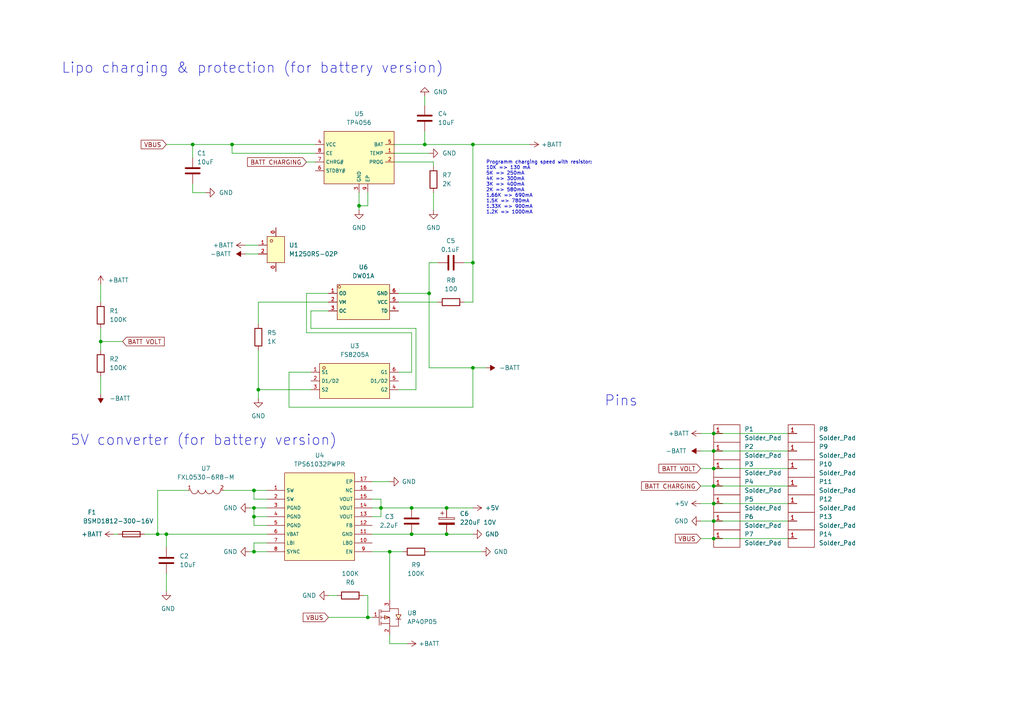
<source format=kicad_sch>
(kicad_sch (version 20211123) (generator eeschema)
  (paper "A4")
  (lib_symbols
    (symbol "Device:0.1uF_0603" (pin_numbers hide) (pin_names (offset 0.254))
      (property "Reference" "C" (at 0.635 2.54 0))
      (property "Value" "0.1uF_0603" (at 0.635 -2.54 0))
      (symbol "0.1uF_0603_0_1"
        (polyline (pts (xy -2.032 -0.762) (xy 2.032 -0.762)) (stroke (width 0.508)))
        (polyline (pts (xy -2.032 0.762) (xy 2.032 0.762)) (stroke (width 0.508)))
      )
      (symbol "0.1uF_0603_1_1"
        (pin passive line (at 0 3.81 270) (length 2.794) (name "~") (number "1"))
        (pin passive line (at 0 -3.81 90) (length 2.794) (name "~") (number "2"))
      )
    )
    (symbol "Device:10uF 0603" (pin_numbers hide) (pin_names (offset 0.254))
      (property "Reference" "C" (at 0.635 2.54 0))
      (property "Value" "10uF 0603" (at 0.635 -2.54 0))
      (symbol "10uF 0603_0_1"
        (polyline (pts (xy -2.032 -0.762) (xy 2.032 -0.762)) (stroke (width 0.508)))
        (polyline (pts (xy -2.032 0.762) (xy 2.032 0.762)) (stroke (width 0.508)))
      )
      (symbol "10uF 0603_1_1"
        (pin passive line (at 0 3.81 270) (length 2.794) (name "~") (number "1"))
        (pin passive line (at 0 -3.81 90) (length 2.794) (name "~") (number "2"))
      )
    )
    (symbol "Device:1K_0603" (pin_numbers hide) (pin_names (offset 0))
      (property "Reference" "R" (at 2.032 0 90))
      (property "Value" "1K_0603" (at 0 0 90))
      (symbol "1K_0603_0_1"
        (rectangle (start -1.016 -2.54) (end 1.016 2.54) (stroke (width 0.254)))
      )
      (symbol "1K_0603_1_1"
        (pin passive line (at 0 3.81 270) (length 1.27) (name "~") (number "1"))
        (pin passive line (at 0 -3.81 90) (length 1.27) (name "~") (number "2"))
      )
    )
    (symbol "Device:220uF 10V 6.3x5.4mm" (pin_numbers hide) (pin_names (offset 0.254))
      (property "Reference" "C" (at 0.635 2.54 0))
      (property "Value" "220uF 10V 6.3x5.4mm" (at 0.635 -2.54 0))
      (symbol "220uF 10V 6.3x5.4mm_0_1"
        (rectangle (start -2.286 0.508) (end 2.286 1.016))
        (polyline (pts (xy -1.778 2.286) (xy -0.762 2.286)))
        (polyline (pts (xy -1.27 2.794) (xy -1.27 1.778)))
        (rectangle (start 2.286 -0.508) (end -2.286 -1.016) (fill (type outline)))
      )
      (symbol "220uF 10V 6.3x5.4mm_1_1"
        (pin passive line (at 0 3.81 270) (length 2.794) (name "~") (number "1"))
        (pin passive line (at 0 -3.81 90) (length 2.794) (name "~") (number "2"))
      )
    )
    (symbol "Device:C" (pin_numbers hide) (pin_names (offset 0.254))
      (property "Reference" "C" (at 0.635 2.54 0))
      (property "Value" "C" (at 0.635 -2.54 0))
      (symbol "C_0_1"
        (polyline (pts (xy -2.032 -0.762) (xy 2.032 -0.762)) (stroke (width 0.508)))
        (polyline (pts (xy -2.032 0.762) (xy 2.032 0.762)) (stroke (width 0.508)))
      )
      (symbol "C_1_1"
        (pin passive line (at 0 3.81 270) (length 2.794) (name "~") (number "1"))
        (pin passive line (at 0 -3.81 90) (length 2.794) (name "~") (number "2"))
      )
    )
    (symbol "Device:Fuse" (pin_numbers hide) (pin_names (offset 0))
      (property "Reference" "F" (at 2.032 0 90))
      (property "Value" "Fuse" (at -1.905 0 90))
      (symbol "Fuse_0_1"
        (rectangle (start -0.762 -2.54) (end 0.762 2.54) (stroke (width 0.254)))
        (polyline (pts (xy 0 2.54) (xy 0 -2.54)))
      )
      (symbol "Fuse_1_1"
        (pin passive line (at 0 3.81 270) (length 1.27) (name "~") (number "1"))
        (pin passive line (at 0 -3.81 90) (length 1.27) (name "~") (number "2"))
      )
    )
    (symbol "Device:R" (pin_numbers hide) (pin_names (offset 0))
      (property "Reference" "R" (at 2.032 0 90))
      (property "Value" "R" (at 0 0 90))
      (symbol "R_0_1"
        (rectangle (start -1.016 -2.54) (end 1.016 2.54) (stroke (width 0.254)))
      )
      (symbol "R_1_1"
        (pin passive line (at 0 3.81 270) (length 1.27) (name "~") (number "1"))
        (pin passive line (at 0 -3.81 90) (length 1.27) (name "~") (number "2"))
      )
    )
    (symbol "MyParts:AP40P05" (pin_names hide)
      (property "Reference" "U" (at -6.35 6.35 0))
      (property "Value" "AP40P05" (at -6.35 2.54 0))
      (symbol "AP40P05_0_0"
        (polyline (pts (xy -3.048 1.016) (xy -3.048 -3.556)))
        (polyline (pts (xy -2.54 -3.556) (xy -2.54 -2.54)))
        (polyline (pts (xy -2.54 -1.778) (xy -2.54 -0.762)))
        (polyline (pts (xy -2.54 0) (xy -2.54 1.016)))
        (polyline (pts (xy 0 -3.048) (xy -2.54 -3.048)))
        (polyline (pts (xy 0 0.508) (xy -2.54 0.508)))
        (polyline (pts (xy -2.54 -1.27) (xy 0 -1.27) (xy 0 -3.81)))
        (polyline (pts (xy 0 -3.81) (xy 2.54 -3.81) (xy 2.54 -1.778)))
        (polyline (pts (xy 0 -1.27) (xy -1.524 -0.762) (xy -1.524 -1.778) (xy 0 -1.27)) (fill (type background)))
        (polyline (pts (xy 0 0.508) (xy 0 1.27) (xy 2.54 1.27) (xy 2.54 -0.508)))
        (polyline (pts (xy 2.54 -1.778) (xy 3.302 -0.508) (xy 1.778 -0.508) (xy 2.54 -1.778)) (fill (type background)))
        (polyline (pts (xy 3.302 -1.778) (xy 3.048 -1.778) (xy 2.032 -1.778) (xy 1.778 -1.778)))
        (pin unspecified line (at -5.08 -1.27 0) (length 2.032) (name "G") (number "1"))
        (pin unspecified line (at 0 -6.35 90) (length 2.54) (name "S") (number "2"))
        (pin unspecified line (at 0 3.81 270) (length 2.54) (name "D") (number "3"))
      )
    )
    (symbol "MyParts:DW01A"
      (property "Reference" "U" (at 0 8.89 0))
      (property "Value" "DW01A" (at 0 6.35 0))
      (symbol "DW01A_0_0"
        (rectangle (start -7.62 5.08) (end 7.62 -5.08) (fill (type background)))
        (circle (center -6.985 4.445) (radius 0.381) (fill (type background)))
        (pin unspecified line (at -10.16 2.54 0) (length 2.54) (name "OD") (number "1"))
        (pin unspecified line (at -10.16 0 0) (length 2.54) (name "VM") (number "2"))
        (pin unspecified line (at -10.16 -2.54 0) (length 2.54) (name "OC") (number "3"))
        (pin unspecified line (at 10.16 -2.54 180) (length 2.54) (name "TD") (number "4"))
        (pin unspecified line (at 10.16 0 180) (length 2.54) (name "VCC") (number "5"))
        (pin unspecified line (at 10.16 2.54 180) (length 2.54) (name "GND") (number "6"))
      )
    )
    (symbol "MyParts:FS8205A"
      (property "Reference" "U" (at 0 10.16 0))
      (property "Value" "FS8205A" (at 0 7.62 0))
      (symbol "FS8205A_0_0"
        (rectangle (start -10.16 5.08) (end 10.16 -5.08) (fill (type background)))
        (circle (center -8.89 3.81) (radius 0.381) (fill (type background)))
        (pin unspecified line (at -12.7 2.54 0) (length 2.54) (name "S1") (number "1"))
        (pin unspecified line (at -12.7 0 0) (length 2.54) (name "D1/D2") (number "2"))
        (pin unspecified line (at -12.7 -2.54 0) (length 2.54) (name "S2") (number "3"))
        (pin unspecified line (at 12.7 -2.54 180) (length 2.54) (name "G2") (number "4"))
        (pin unspecified line (at 12.7 0 180) (length 2.54) (name "D1/D2") (number "5"))
        (pin unspecified line (at 12.7 2.54 180) (length 2.54) (name "G1") (number "6"))
      )
    )
    (symbol "MyParts:FXL0530-6R8-M" (pin_names hide)
      (property "Reference" "U" (at 0 1.27 0))
      (property "Value" "FXL0530-6R8-M" (at 0 -2.54 0))
      (symbol "FXL0530-6R8-M_0_0"
        (arc (start -4.2859 -12.801) (mid -3.1591 -13.6924) (end -2.2676 -12.5655))
        (arc (start -2.1312 -12.8003) (mid -1.0043 -13.6919) (end -0.1129 -12.5649))
        (arc (start 0.0194 -12.8003) (mid 1.1463 -13.6919) (end 2.0377 -12.5649))
        (arc (start 2.2122 -12.8008) (mid 3.3391 -13.6924) (end 4.2305 -12.5654))
        (pin unspecified line (at -5.08 -12.7 0) (length 0.762) (name "1") (number "1"))
        (pin unspecified line (at 5.08 -12.7 180) (length 0.762) (name "2") (number "2"))
      )
    )
    (symbol "MyParts:M1250RS-02P" (pin_names hide)
      (property "Reference" "U" (at 0 1.27 0))
      (property "Value" "M1250RS-02P" (at 0 -2.54 0))
      (symbol "M1250RS-02P_0_0"
        (rectangle (start -5.08 -10.16) (end 0 -17.78) (fill (type background)))
        (circle (center -3.81 -11.43) (radius 0.381) (fill (type background)))
        (pin unspecified line (at -2.54 -20.32 90) (length 2.54) (name "0") (number "0"))
        (pin unspecified line (at -2.54 -7.62 270) (length 2.54) (name "0") (number "0"))
        (pin unspecified line (at -7.62 -12.7 0) (length 2.54) (name "1") (number "1"))
        (pin unspecified line (at -7.62 -15.24 0) (length 2.54) (name "2") (number "2"))
      )
    )
    (symbol "MyParts:Solder_Pad"
      (property "Reference" "P" (at 0 3.81 0))
      (property "Value" "Solder_Pad" (at 0 -2.54 0))
      (symbol "Solder_Pad_0_1"
        (rectangle (start 0 2.54) (end 7.62 -2.54) (stroke (width 0.1524)))
      )
      (symbol "Solder_Pad_1_1"
        (pin bidirectional line (at 0 0 0) (length 2.54) (name "") (number "1"))
      )
    )
    (symbol "MyParts:TP4056"
      (property "Reference" "U" (at 0 12.7 0))
      (property "Value" "TP4056" (at 0 10.16 0))
      (symbol "TP4056_0_0"
        (rectangle (start -10.16 7.62) (end 10.16 -7.62) (fill (type background)))
        (pin unspecified line (at 10.16 1.27 180) (length 2.54) (name "TEMP") (number "1"))
        (pin unspecified line (at 10.16 -1.27 180) (length 2.54) (name "PROG") (number "2"))
        (pin unspecified line (at 0 -10.16 90) (length 2.54) (name "GND") (number "3"))
        (pin unspecified line (at -12.7 3.81 0) (length 2.54) (name "VCC") (number "4"))
        (pin unspecified line (at 10.16 3.81 180) (length 2.54) (name "BAT") (number "5"))
        (pin unspecified line (at -12.7 -3.81 0) (length 2.54) (name "STDBY#") (number "6"))
        (pin unspecified line (at -12.7 -1.27 0) (length 2.54) (name "CHRG#") (number "7"))
        (pin unspecified line (at -12.7 1.27 0) (length 2.54) (name "CE") (number "8"))
        (pin unspecified line (at 2.54 -10.16 90) (length 2.54) (name "EP") (number "9"))
      )
    )
    (symbol "MyParts:TPS61032PWPR"
      (property "Reference" "U" (at 0 1.27 0))
      (property "Value" "TPS61032PWPR" (at 0 -2.54 0))
      (symbol "TPS61032PWPR_0_0"
        (rectangle (start -10.16 0) (end 10.16 -25.4) (fill (type background)))
        (pin unspecified line (at -15.24 -5.08 0) (length 5.08) (name "SW") (number "1"))
        (pin unspecified line (at 15.24 -20.32 180) (length 5.08) (name "LBO") (number "10"))
        (pin unspecified line (at 15.24 -17.78 180) (length 5.08) (name "GND") (number "11"))
        (pin unspecified line (at 15.24 -15.24 180) (length 5.08) (name "FB") (number "12"))
        (pin unspecified line (at 15.24 -12.7 180) (length 5.08) (name "VOUT") (number "13"))
        (pin unspecified line (at 15.24 -10.16 180) (length 5.08) (name "VOUT") (number "14"))
        (pin unspecified line (at 15.24 -7.62 180) (length 5.08) (name "VOUT") (number "15"))
        (pin unspecified line (at 15.24 -5.08 180) (length 5.08) (name "NC") (number "16"))
        (pin unspecified line (at 15.24 -2.54 180) (length 5.08) (name "EP") (number "17"))
        (pin unspecified line (at -15.24 -7.62 0) (length 5.08) (name "SW") (number "2"))
        (pin unspecified line (at -15.24 -10.16 0) (length 5.08) (name "PGND") (number "3"))
        (pin unspecified line (at -15.24 -12.7 0) (length 5.08) (name "PGND") (number "4"))
        (pin unspecified line (at -15.24 -15.24 0) (length 5.08) (name "PGND") (number "5"))
        (pin unspecified line (at -15.24 -17.78 0) (length 5.08) (name "VBAT") (number "6"))
        (pin unspecified line (at -15.24 -20.32 0) (length 5.08) (name "LBI") (number "7"))
        (pin unspecified line (at -15.24 -22.86 0) (length 5.08) (name "SYNC") (number "8"))
        (pin unspecified line (at 15.24 -22.86 180) (length 5.08) (name "EN") (number "9"))
      )
    )
    (symbol "power:+5V" (power) (pin_names (offset 0))
      (property "Value" "+5V" (at 0 3.556 0))
      (symbol "+5V_0_1"
        (polyline (pts (xy -0.762 1.27) (xy 0 2.54)))
        (polyline (pts (xy 0 0) (xy 0 2.54)))
        (polyline (pts (xy 0 2.54) (xy 0.762 1.27)))
      )
      (symbol "+5V_1_1"
        (pin power_in line (at 0 0 90) (length 0) hide (name "+5V") (number "1"))
      )
    )
    (symbol "power:+BATT" (power) (pin_names (offset 0))
      (property "Value" "+BATT" (at 0 3.556 0))
      (symbol "+BATT_0_1"
        (polyline (pts (xy -0.762 1.27) (xy 0 2.54)))
        (polyline (pts (xy 0 0) (xy 0 2.54)))
        (polyline (pts (xy 0 2.54) (xy 0.762 1.27)))
      )
      (symbol "+BATT_1_1"
        (pin power_in line (at 0 0 90) (length 0) hide (name "+BATT") (number "1"))
      )
    )
    (symbol "power:-BATT" (power) (pin_names (offset 0))
      (property "Value" "-BATT" (at 0 3.556 0))
      (symbol "-BATT_0_1"
        (polyline (pts (xy 0 0) (xy 0 2.54)))
        (polyline (pts (xy 0.762 1.27) (xy -0.762 1.27) (xy 0 2.54) (xy 0.762 1.27)) (fill (type outline)))
      )
      (symbol "-BATT_1_1"
        (pin power_in line (at 0 0 90) (length 0) hide (name "-BATT") (number "1"))
      )
    )
    (symbol "power:GND" (power) (pin_names (offset 0))
      (property "Value" "GND" (at 0 -3.81 0))
      (symbol "GND_0_1"
        (polyline (pts (xy 0 0) (xy 0 -1.27) (xy 1.27 -1.27) (xy 0 -2.54) (xy -1.27 -1.27) (xy 0 -1.27)))
      )
      (symbol "GND_1_1"
        (pin power_in line (at 0 0 270) (length 0) hide (name "GND") (number "1"))
      )
    )
  )
  (junction (at 207.01 130.81))
  (junction (at 207.01 125.73))
  (junction (at 74.93 113.03))
  (junction (at 110.49 147.32))
  (junction (at 104.14 59.69))
  (junction (at 119.38 147.32))
  (junction (at 73.66 147.32))
  (junction (at 207.01 135.89))
  (junction (at 129.54 154.94))
  (junction (at 29.21 99.06))
  (junction (at 106.68 179.07))
  (junction (at 119.38 154.94))
  (junction (at 113.03 160.02))
  (junction (at 73.66 160.02))
  (junction (at 55.88 41.91))
  (junction (at 123.19 41.91))
  (junction (at 207.01 151.13))
  (junction (at 207.01 146.05))
  (junction (at 207.01 140.97))
  (junction (at 137.16 76.2))
  (junction (at 137.16 41.91))
  (junction (at 124.46 85.09))
  (junction (at 73.66 142.24))
  (junction (at 48.26 154.94))
  (junction (at 207.01 156.21))
  (junction (at 73.66 149.86))
  (junction (at 129.54 147.32))
  (junction (at 137.16 106.68))
  (junction (at 67.31 41.91))
  (junction (at 45.72 154.94))
  (wire (pts (xy 95.25 172.72) (xy 97.79 172.72)))
  (wire (pts (xy 77.47 152.4) (xy 73.66 152.4)))
  (wire (pts (xy 74.93 113.03) (xy 74.93 115.57)))
  (wire (pts (xy 207.01 140.97) (xy 228.6 140.97)))
  (wire (pts (xy 54.61 142.24) (xy 45.72 142.24)))
  (wire (pts (xy 90.17 95.25) (xy 120.65 95.25)))
  (wire (pts (xy 203.2 125.73) (xy 207.01 125.73)))
  (wire (pts (xy 48.26 166.37) (xy 48.26 171.45)))
  (wire (pts (xy 67.31 44.45) (xy 67.31 41.91)))
  (wire (pts (xy 118.11 186.69) (xy 113.03 186.69)))
  (wire (pts (xy 124.46 76.2) (xy 124.46 85.09)))
  (wire (pts (xy 107.95 139.7) (xy 113.03 139.7)))
  (wire (pts (xy 74.93 113.03) (xy 90.17 113.03)))
  (wire (pts (xy 29.21 99.06) (xy 35.56 99.06)))
  (wire (pts (xy 95.25 90.17) (xy 90.17 90.17)))
  (wire (pts (xy 110.49 147.32) (xy 119.38 147.32)))
  (wire (pts (xy 137.16 41.91) (xy 153.67 41.91)))
  (wire (pts (xy 104.14 59.69) (xy 104.14 60.96)))
  (wire (pts (xy 106.68 59.69) (xy 104.14 59.69)))
  (wire (pts (xy 88.9 85.09) (xy 95.25 85.09)))
  (wire (pts (xy 77.47 144.78) (xy 73.66 144.78)))
  (wire (pts (xy 29.21 109.22) (xy 29.21 114.3)))
  (wire (pts (xy 106.68 172.72) (xy 106.68 179.07)))
  (wire (pts (xy 29.21 95.25) (xy 29.21 99.06)))
  (wire (pts (xy 77.47 149.86) (xy 73.66 149.86)))
  (wire (pts (xy 137.16 106.68) (xy 124.46 106.68)))
  (wire (pts (xy 73.66 147.32) (xy 77.47 147.32)))
  (wire (pts (xy 203.2 146.05) (xy 207.01 146.05)))
  (wire (pts (xy 124.46 160.02) (xy 139.7 160.02)))
  (wire (pts (xy 67.31 44.45) (xy 91.44 44.45)))
  (wire (pts (xy 110.49 149.86) (xy 110.49 147.32)))
  (wire (pts (xy 29.21 99.06) (xy 29.21 101.6)))
  (wire (pts (xy 74.93 101.6) (xy 74.93 113.03)))
  (wire (pts (xy 95.25 87.63) (xy 74.93 87.63)))
  (wire (pts (xy 29.21 82.55) (xy 29.21 87.63)))
  (wire (pts (xy 119.38 154.94) (xy 129.54 154.94)))
  (wire (pts (xy 207.01 125.73) (xy 228.6 125.73)))
  (wire (pts (xy 64.77 142.24) (xy 73.66 142.24)))
  (wire (pts (xy 140.97 106.68) (xy 137.16 106.68)))
  (wire (pts (xy 90.17 90.17) (xy 90.17 95.25)))
  (wire (pts (xy 73.66 160.02) (xy 77.47 160.02)))
  (wire (pts (xy 114.3 44.45) (xy 124.46 44.45)))
  (wire (pts (xy 41.91 154.94) (xy 45.72 154.94)))
  (wire (pts (xy 123.19 41.91) (xy 123.19 38.1)))
  (wire (pts (xy 77.47 157.48) (xy 73.66 157.48)))
  (wire (pts (xy 72.39 160.02) (xy 73.66 160.02)))
  (wire (pts (xy 115.57 85.09) (xy 124.46 85.09)))
  (wire (pts (xy 73.66 157.48) (xy 73.66 160.02)))
  (wire (pts (xy 88.9 96.52) (xy 88.9 85.09)))
  (wire (pts (xy 83.82 107.95) (xy 90.17 107.95)))
  (wire (pts (xy 115.57 113.03) (xy 120.65 113.03)))
  (wire (pts (xy 120.65 95.25) (xy 120.65 113.03)))
  (wire (pts (xy 134.62 87.63) (xy 137.16 87.63)))
  (wire (pts (xy 113.03 186.69) (xy 113.03 184.15)))
  (wire (pts (xy 106.68 179.07) (xy 107.95 179.07)))
  (wire (pts (xy 107.95 160.02) (xy 113.03 160.02)))
  (wire (pts (xy 207.01 130.81) (xy 228.6 130.81)))
  (wire (pts (xy 45.72 142.24) (xy 45.72 154.94)))
  (wire (pts (xy 106.68 55.88) (xy 106.68 59.69)))
  (wire (pts (xy 107.95 147.32) (xy 110.49 147.32)))
  (wire (pts (xy 55.88 41.91) (xy 67.31 41.91)))
  (wire (pts (xy 129.54 154.94) (xy 137.16 154.94)))
  (wire (pts (xy 114.3 46.99) (xy 125.73 46.99)))
  (wire (pts (xy 134.62 76.2) (xy 137.16 76.2)))
  (wire (pts (xy 73.66 144.78) (xy 73.66 142.24)))
  (wire (pts (xy 137.16 118.11) (xy 137.16 106.68)))
  (wire (pts (xy 115.57 107.95) (xy 119.38 107.95)))
  (wire (pts (xy 119.38 96.52) (xy 88.9 96.52)))
  (wire (pts (xy 207.01 156.21) (xy 228.6 156.21)))
  (wire (pts (xy 73.66 152.4) (xy 73.66 149.86)))
  (wire (pts (xy 203.2 151.13) (xy 207.01 151.13)))
  (wire (pts (xy 45.72 154.94) (xy 48.26 154.94)))
  (wire (pts (xy 107.95 144.78) (xy 110.49 144.78)))
  (wire (pts (xy 83.82 118.11) (xy 137.16 118.11)))
  (wire (pts (xy 95.25 179.07) (xy 106.68 179.07)))
  (wire (pts (xy 203.2 130.81) (xy 207.01 130.81)))
  (wire (pts (xy 123.19 27.94) (xy 123.19 30.48)))
  (wire (pts (xy 123.19 41.91) (xy 137.16 41.91)))
  (wire (pts (xy 203.2 140.97) (xy 207.01 140.97)))
  (wire (pts (xy 105.41 172.72) (xy 106.68 172.72)))
  (wire (pts (xy 73.66 142.24) (xy 77.47 142.24)))
  (wire (pts (xy 137.16 41.91) (xy 137.16 76.2)))
  (wire (pts (xy 207.01 146.05) (xy 228.6 146.05)))
  (wire (pts (xy 55.88 41.91) (xy 55.88 45.72)))
  (wire (pts (xy 48.26 41.91) (xy 55.88 41.91)))
  (wire (pts (xy 127 76.2) (xy 124.46 76.2)))
  (wire (pts (xy 67.31 41.91) (xy 91.44 41.91)))
  (wire (pts (xy 113.03 160.02) (xy 113.03 173.99)))
  (wire (pts (xy 104.14 55.88) (xy 104.14 59.69)))
  (wire (pts (xy 137.16 76.2) (xy 137.16 87.63)))
  (wire (pts (xy 119.38 147.32) (xy 129.54 147.32)))
  (wire (pts (xy 55.88 55.88) (xy 59.69 55.88)))
  (wire (pts (xy 71.12 73.66) (xy 74.93 73.66)))
  (wire (pts (xy 114.3 41.91) (xy 123.19 41.91)))
  (wire (pts (xy 72.39 147.32) (xy 73.66 147.32)))
  (wire (pts (xy 74.93 87.63) (xy 74.93 93.98)))
  (wire (pts (xy 203.2 156.21) (xy 207.01 156.21)))
  (wire (pts (xy 48.26 154.94) (xy 77.47 154.94)))
  (wire (pts (xy 119.38 107.95) (xy 119.38 96.52)))
  (wire (pts (xy 125.73 46.99) (xy 125.73 48.26)))
  (wire (pts (xy 115.57 87.63) (xy 127 87.63)))
  (wire (pts (xy 203.2 135.89) (xy 207.01 135.89)))
  (wire (pts (xy 113.03 160.02) (xy 116.84 160.02)))
  (wire (pts (xy 124.46 106.68) (xy 124.46 85.09)))
  (wire (pts (xy 73.66 149.86) (xy 73.66 147.32)))
  (wire (pts (xy 129.54 147.32) (xy 137.16 147.32)))
  (wire (pts (xy 207.01 135.89) (xy 228.6 135.89)))
  (wire (pts (xy 33.02 154.94) (xy 34.29 154.94)))
  (wire (pts (xy 110.49 144.78) (xy 110.49 147.32)))
  (wire (pts (xy 125.73 55.88) (xy 125.73 60.96)))
  (wire (pts (xy 71.12 71.12) (xy 74.93 71.12)))
  (wire (pts (xy 107.95 149.86) (xy 110.49 149.86)))
  (wire (pts (xy 88.9 46.99) (xy 91.44 46.99)))
  (wire (pts (xy 207.01 151.13) (xy 228.6 151.13)))
  (wire (pts (xy 55.88 53.34) (xy 55.88 55.88)))
  (wire (pts (xy 48.26 154.94) (xy 48.26 158.75)))
  (wire (pts (xy 107.95 154.94) (xy 119.38 154.94)))
  (wire (pts (xy 83.82 118.11) (xy 83.82 107.95)))
  (text "Lipo charging & protection (for battery version)" (at 17.78 21.59 0) (effects (font (size 3 3)) (justify left bottom)))
  (text "Pins" (at 175.26 118.11 0) (effects (font (size 3 3)) (justify left bottom)))
  (text "Programm charging speed with resistor:\n10K => 130 mA \n5K => 250mA\n4K => 300mA\n3K => 400mA \n2K => 580mA \n1.66K => 690mA\n1.5K => 780mA \n1.33K => 900mA\n1.2K => 1000mA" (at 140.97 62.23 0) (effects (font (size 1 1)) (justify left bottom)))
  (text "5V converter (for battery version)" (at 20.32 129.54 0) (effects (font (size 3 3)) (justify left bottom)))
  (global_label "VBUS" (shape input) (at 95.25 179.07 180) (property "Intersheet References" "${INTERSHEET_REFS}" (effects hide)))
  (global_label "BATT VOLT" (shape input) (at 35.56 99.06 0) (property "Intersheet References" "${INTERSHEET_REFS}" (effects hide)))
  (global_label "BATT CHARGING" (shape input) (at 88.9 46.99 180) (property "Intersheet References" "${INTERSHEET_REFS}" (effects hide)))
  (global_label "BATT CHARGING" (shape input) (at 203.2 140.97 180) (property "Intersheet References" "${INTERSHEET_REFS}" (effects hide)))
  (global_label "VBUS" (shape input) (at 48.26 41.91 180) (property "Intersheet References" "${INTERSHEET_REFS}" (effects hide)))
  (global_label "BATT VOLT" (shape input) (at 203.2 135.89 180) (property "Intersheet References" "${INTERSHEET_REFS}" (effects hide)))
  (global_label "VBUS" (shape input) (at 203.2 156.21 180) (property "Intersheet References" "${INTERSHEET_REFS}" (effects hide)))
  (symbol (lib_id "power:+BATT") (at 71.12 71.12 90) (unit 1)
    (property "Reference" "#PWR0119" (effects hide))
    (property "Value" "+BATT" (at 64.77 71.12 90))
  )
  (symbol (lib_id "power:GND") (at 125.73 60.96 0) (unit 1)
    (property "Reference" "#PWR0110" (effects hide))
    (property "Value" "GND" (at 125.73 66.04 0))
  )
  (symbol (lib_id "MyParts:Solder_Pad") (at 228.6 151.13 0) (unit 1)
    (property "Reference" "P13" (at 237.49 149.8599 0) (effects (justify left)))
    (property "Value" "Solder_Pad" (at 237.49 152.3999 0) (effects (justify left)))
    (property "Footprint" "footprint:Solder pad" (effects hide))
  )
  (symbol (lib_id "power:GND") (at 113.03 139.7 90) (mirror x) (unit 1)
    (property "Reference" "#PWR0103" (effects hide))
    (property "Value" "GND" (at 120.65 139.7 90) (effects (justify left)))
  )
  (symbol (lib_id "Device:R") (at 29.21 91.44 180) (unit 1)
    (property "Reference" "R1" (at 31.75 90.1699 0) (effects (justify right)))
    (property "Value" "100K" (at 31.75 92.7099 0) (effects (justify right)))
    (property "Footprint" "Resistor_SMD:R_0402_1005Metric" (effects hide))
    (property "LCSC #" "C25741" (effects hide))
  )
  (symbol (lib_id "MyParts:Solder_Pad") (at 207.01 146.05 0) (unit 1)
    (property "Reference" "P5" (at 215.9 144.7799 0) (effects (justify left)))
    (property "Value" "Solder_Pad" (at 215.9 147.3199 0) (effects (justify left)))
    (property "Footprint" "footprint:Solder pad" (effects hide))
  )
  (symbol (lib_id "MyParts:Solder_Pad") (at 207.01 135.89 0) (unit 1)
    (property "Reference" "P3" (at 215.9 134.6199 0) (effects (justify left)))
    (property "Value" "Solder_Pad" (at 215.9 137.1599 0) (effects (justify left)))
    (property "Footprint" "footprint:Solder pad" (effects hide))
  )
  (symbol (lib_id "MyParts:Solder_Pad") (at 228.6 146.05 0) (unit 1)
    (property "Reference" "P12" (at 237.49 144.7799 0) (effects (justify left)))
    (property "Value" "Solder_Pad" (at 237.49 147.3199 0) (effects (justify left)))
    (property "Footprint" "footprint:Solder pad" (effects hide))
  )
  (symbol (lib_id "power:+BATT") (at 203.2 125.73 90) (unit 1)
    (property "Reference" "#PWR0120" (effects hide))
    (property "Value" "+BATT" (at 196.85 125.73 90))
  )
  (symbol (lib_id "MyParts:FS8205A") (at 102.87 110.49 0) (unit 1)
    (property "Reference" "U3" (at 102.87 100.33 0))
    (property "Value" "FS8205A" (at 102.87 102.87 0))
    (property "Footprint" "footprint:SOT-23-6_L2.9-W1.6-P0.95-LS2.8-BR" (effects hide))
    (property "LCSC #" "C908265" (effects hide))
  )
  (symbol (lib_id "power:+BATT") (at 29.21 82.55 0) (unit 1)
    (property "Reference" "#PWR0116" (effects hide))
    (property "Value" "+BATT" (at 34.29 81.28 0))
  )
  (symbol (lib_id "Device:R") (at 101.6 172.72 270) (unit 1)
    (property "Reference" "R6" (at 101.6 168.91 90))
    (property "Value" "100K" (at 101.6 166.37 90))
    (property "Footprint" "Resistor_SMD:R_0402_1005Metric" (effects hide))
    (property "LCSC #" "C25741" (effects hide))
  )
  (symbol (lib_id "power:GND") (at 72.39 160.02 270) (mirror x) (unit 1)
    (property "Reference" "#PWR0107" (effects hide))
    (property "Value" "GND" (at 64.77 160.02 90) (effects (justify left)))
  )
  (symbol (lib_id "Device:C") (at 48.26 162.56 0) (unit 1)
    (property "Reference" "C2" (at 52.07 161.2899 0) (effects (justify left)))
    (property "Value" "10uF" (at 52.07 163.8299 0) (effects (justify left)))
    (property "Footprint" "Capacitor_SMD:C_0603_1608Metric" (effects hide))
    (property "LCSC #" "C96446" (effects hide))
  )
  (symbol (lib_id "Device:Fuse") (at 38.1 154.94 90) (unit 1)
    (property "Reference" "F1" (at 26.67 148.59 90))
    (property "Value" "BSMD1812-300-16V" (at 34.29 151.13 90))
    (property "Footprint" "Fuse:Fuse_1812_4532Metric_Pad1.30x3.40mm_HandSolder" (effects hide))
    (property "LCSC #" "C883162" (effects hide))
  )
  (symbol (lib_id "power:GND") (at 124.46 44.45 90) (unit 1)
    (property "Reference" "#PWR0111" (effects hide))
    (property "Value" "GND" (at 128.27 44.4499 90) (effects (justify right)))
  )
  (symbol (lib_id "power:GND") (at 137.16 154.94 90) (mirror x) (unit 1)
    (property "Reference" "#PWR0126" (effects hide))
    (property "Value" "GND" (at 144.78 154.94 90) (effects (justify left)))
  )
  (symbol (lib_id "MyParts:Solder_Pad") (at 228.6 125.73 0) (unit 1)
    (property "Reference" "P8" (at 237.49 124.4599 0) (effects (justify left)))
    (property "Value" "Solder_Pad" (at 237.49 126.9999 0) (effects (justify left)))
    (property "Footprint" "footprint:Solder pad" (effects hide))
  )
  (symbol (lib_id "power:GND") (at 139.7 160.02 90) (mirror x) (unit 1)
    (property "Reference" "#PWR0130" (effects hide))
    (property "Value" "GND" (at 147.32 160.02 90) (effects (justify left)))
  )
  (symbol (lib_id "Device:R") (at 120.65 160.02 90) (unit 1)
    (property "Reference" "R9" (at 120.65 163.83 90))
    (property "Value" "100K" (at 120.65 166.37 90))
    (property "Footprint" "Resistor_SMD:R_0402_1005Metric" (effects hide))
    (property "LCSC #" "C25741" (effects hide))
  )
  (symbol (lib_id "power:GND") (at 203.2 151.13 270) (mirror x) (unit 1)
    (property "Reference" "#PWR0125" (effects hide))
    (property "Value" "GND" (at 195.58 151.13 90) (effects (justify left)))
  )
  (symbol (lib_id "Device:10uF 0603") (at 123.19 34.29 180) (unit 1)
    (property "Reference" "C4" (at 127 33.02 0) (effects (justify right)))
    (property "Value" "10uF" (at 127 35.56 0) (effects (justify right)))
    (property "Footprint" "Capacitor_SMD:C_0603_1608Metric" (effects hide))
    (property "LCSC #" "C96446" (effects hide))
  )
  (symbol (lib_id "Device:1K_0603") (at 74.93 97.79 180) (unit 1)
    (property "Reference" "R5" (at 77.47 96.5199 0) (effects (justify right)))
    (property "Value" "1K" (at 77.47 99.0599 0) (effects (justify right)))
    (property "Footprint" "Resistor_SMD:R_0402_1005Metric" (effects hide))
    (property "LCSC #" "C11702" (effects hide))
  )
  (symbol (lib_id "power:GND") (at 104.14 60.96 0) (unit 1)
    (property "Reference" "#PWR0109" (effects hide))
    (property "Value" "GND" (at 104.14 66.04 0))
  )
  (symbol (lib_id "power:GND") (at 74.93 115.57 0) (unit 1)
    (property "Reference" "#PWR0104" (effects hide))
    (property "Value" "GND" (at 74.93 120.65 0))
  )
  (symbol (lib_id "Device:0.1uF_0603") (at 119.38 151.13 180) (unit 1)
    (property "Reference" "C3" (at 114.3 149.86 0) (effects (justify left)))
    (property "Value" "2.2uF" (at 115.57 152.4 0) (effects (justify left)))
    (property "Footprint" "Capacitor_SMD:C_0603_1608Metric" (effects hide))
    (property "LCSC #" "C23630" (effects hide))
  )
  (symbol (lib_id "MyParts:Solder_Pad") (at 228.6 156.21 0) (unit 1)
    (property "Reference" "P14" (at 237.49 154.9399 0) (effects (justify left)))
    (property "Value" "Solder_Pad" (at 237.49 157.4799 0) (effects (justify left)))
    (property "Footprint" "footprint:Solder pad" (effects hide))
  )
  (symbol (lib_id "power:-BATT") (at 29.21 114.3 180) (unit 1)
    (property "Reference" "#PWR0117" (effects hide))
    (property "Value" "-BATT" (at 31.75 115.5699 0) (effects (justify right)))
  )
  (symbol (lib_id "Device:R") (at 29.21 105.41 180) (unit 1)
    (property "Reference" "R2" (at 31.75 104.1399 0) (effects (justify right)))
    (property "Value" "100K" (at 31.75 106.6799 0) (effects (justify right)))
    (property "Footprint" "Resistor_SMD:R_0402_1005Metric" (effects hide))
    (property "LCSC #" "C25741" (effects hide))
  )
  (symbol (lib_id "Device:R") (at 130.81 87.63 90) (unit 1)
    (property "Reference" "R8" (at 130.81 81.28 90))
    (property "Value" "100" (at 130.81 83.82 90))
    (property "Footprint" "Resistor_SMD:R_0402_1005Metric" (effects hide))
    (property "LCSC #" "C25076" (effects hide))
  )
  (symbol (lib_id "power:+BATT") (at 153.67 41.91 270) (unit 1)
    (property "Reference" "#PWR0112" (effects hide))
    (property "Value" "+BATT" (at 160.02 41.91 90))
  )
  (symbol (lib_id "Device:0.1uF_0603") (at 130.81 76.2 90) (unit 1)
    (property "Reference" "C5" (at 132.08 69.85 90) (effects (justify left)))
    (property "Value" "0.1uF" (at 133.35 72.39 90) (effects (justify left)))
    (property "Footprint" "Capacitor_SMD:C_0402_1005Metric" (effects hide))
    (property "LCSC #" "C1525" (effects hide))
  )
  (symbol (lib_id "power:+5V") (at 137.16 147.32 270) (unit 1)
    (property "Reference" "#PWR0108" (effects hide))
    (property "Value" "+5V" (at 144.78 147.32 90) (effects (justify right)))
  )
  (symbol (lib_id "power:-BATT") (at 203.2 130.81 90) (unit 1)
    (property "Reference" "#PWR0121" (effects hide))
    (property "Value" "-BATT" (at 193.04 130.81 90) (effects (justify right)))
  )
  (symbol (lib_id "MyParts:M1250RS-02P") (at 82.55 58.42 0) (unit 1)
    (property "Reference" "U1" (at 83.82 71.1199 0) (effects (justify left)))
    (property "Value" "M1250RS-02P" (at 83.82 73.6599 0) (effects (justify left)))
    (property "Footprint" "footprint:CONN-SMD_2P-P1.25_L4.4-W7.4" (effects hide))
    (property "LCSC #" "C481424" (effects hide))
  )
  (symbol (lib_id "MyParts:Solder_Pad") (at 207.01 130.81 0) (unit 1)
    (property "Reference" "P2" (at 215.9 129.5399 0) (effects (justify left)))
    (property "Value" "Solder_Pad" (at 215.9 132.0799 0) (effects (justify left)))
    (property "Footprint" "footprint:Solder pad" (effects hide))
  )
  (symbol (lib_id "MyParts:Solder_Pad") (at 207.01 151.13 0) (unit 1)
    (property "Reference" "P6" (at 215.9 149.8599 0) (effects (justify left)))
    (property "Value" "Solder_Pad" (at 215.9 152.3999 0) (effects (justify left)))
    (property "Footprint" "footprint:Solder pad" (effects hide))
  )
  (symbol (lib_id "power:+BATT") (at 33.02 154.94 90) (unit 1)
    (property "Reference" "#PWR0102" (effects hide))
    (property "Value" "+BATT" (at 26.67 154.94 90))
  )
  (symbol (lib_id "power:GND") (at 59.69 55.88 90) (unit 1)
    (property "Reference" "#PWR0115" (effects hide))
    (property "Value" "GND" (at 63.5 55.8799 90) (effects (justify right)))
  )
  (symbol (lib_id "MyParts:AP40P05") (at 113.03 177.8 0) (unit 1)
    (property "Reference" "U8" (at 118.11 177.7999 0) (effects (justify left)))
    (property "Value" "AP40P05" (at 118.11 180.3399 0) (effects (justify left)))
    (property "Footprint" "footprint:SOT-23-3_L2.9-W1.3-P1.90-LS2.4-BR" (effects hide))
    (property "LCSC #" "C2886385" (effects hide))
  )
  (symbol (lib_id "MyParts:TP4056") (at 104.14 45.72 0) (unit 1)
    (property "Reference" "U5" (at 104.14 33.02 0))
    (property "Value" "TP4056" (at 104.14 35.56 0))
    (property "Footprint" "footprint:ESOP-8_L4.9-W3.9-P1.27-LS6.0-BL-EP" (effects hide))
    (property "LCSC #" "C382139" (effects hide))
  )
  (symbol (lib_id "power:GND") (at 72.39 147.32 270) (mirror x) (unit 1)
    (property "Reference" "#PWR0105" (effects hide))
    (property "Value" "GND" (at 64.77 147.32 90) (effects (justify left)))
  )
  (symbol (lib_id "Device:R") (at 125.73 52.07 0) (unit 1)
    (property "Reference" "R7" (at 128.27 50.7999 0) (effects (justify left)))
    (property "Value" "2K" (at 128.27 53.3399 0) (effects (justify left)))
    (property "Footprint" "Resistor_SMD:R_0402_1005Metric" (effects hide))
    (property "LCSC #" "C4109" (effects hide))
  )
  (symbol (lib_id "Device:220uF 10V 6.3x5.4mm") (at 129.54 151.13 0) (unit 1)
    (property "Reference" "C6" (at 133.35 148.9709 0) (effects (justify left)))
    (property "Value" "220uF 10V" (at 133.35 151.5109 0) (effects (justify left)))
    (property "Footprint" "Capacitor_SMD:CP_Elec_6.3x5.4" (effects hide))
    (property "LCSC #" "C267466" (effects hide))
  )
  (symbol (lib_id "MyParts:Solder_Pad") (at 207.01 125.73 0) (unit 1)
    (property "Reference" "P1" (at 215.9 124.4599 0) (effects (justify left)))
    (property "Value" "Solder_Pad" (at 215.9 126.9999 0) (effects (justify left)))
    (property "Footprint" "footprint:Solder pad" (effects hide))
  )
  (symbol (lib_id "MyParts:TPS61032PWPR") (at 92.71 137.16 0) (unit 1)
    (property "Reference" "U4" (at 92.71 132.08 0))
    (property "Value" "TPS61032PWPR" (at 92.71 134.62 0))
    (property "Footprint" "Package_SO:HTSSOP-16-1EP_4.4x5mm_P0.65mm_EP3.4x5mm_Mask2.46x2.31mm" (effects hide))
    (property "LCSC #" "C88716" (effects hide))
  )
  (symbol (lib_id "power:GND") (at 95.25 172.72 270) (mirror x) (unit 1)
    (property "Reference" "#PWR0106" (effects hide))
    (property "Value" "GND" (at 87.63 172.72 90) (effects (justify left)))
  )
  (symbol (lib_id "MyParts:Solder_Pad") (at 228.6 135.89 0) (unit 1)
    (property "Reference" "P10" (at 237.49 134.6199 0) (effects (justify left)))
    (property "Value" "Solder_Pad" (at 237.49 137.1599 0) (effects (justify left)))
    (property "Footprint" "footprint:Solder pad" (effects hide))
  )
  (symbol (lib_id "MyParts:Solder_Pad") (at 228.6 130.81 0) (unit 1)
    (property "Reference" "P9" (at 237.49 129.5399 0) (effects (justify left)))
    (property "Value" "Solder_Pad" (at 237.49 132.0799 0) (effects (justify left)))
    (property "Footprint" "footprint:Solder pad" (effects hide))
  )
  (symbol (lib_id "power:+5V") (at 203.2 146.05 90) (unit 1)
    (property "Reference" "#PWR0124" (effects hide))
    (property "Value" "+5V" (at 195.58 146.05 90) (effects (justify right)))
  )
  (symbol (lib_id "power:+BATT") (at 118.11 186.69 270) (unit 1)
    (property "Reference" "#PWR0129" (effects hide))
    (property "Value" "+BATT" (at 124.46 186.69 90))
  )
  (symbol (lib_id "MyParts:Solder_Pad") (at 207.01 156.21 0) (unit 1)
    (property "Reference" "P7" (at 215.9 154.9399 0) (effects (justify left)))
    (property "Value" "Solder_Pad" (at 215.9 157.4799 0) (effects (justify left)))
    (property "Footprint" "footprint:Solder pad" (effects hide))
  )
  (symbol (lib_id "power:GND") (at 123.19 27.94 180) (unit 1)
    (property "Reference" "#PWR0114" (effects hide))
    (property "Value" "GND" (at 125.73 26.6699 0) (effects (justify right)))
  )
  (symbol (lib_id "MyParts:FXL0530-6R8-M") (at 59.69 129.54 0) (unit 1)
    (property "Reference" "U7" (at 59.69 135.89 0))
    (property "Value" "FXL0530-6R8-M" (at 59.69 138.43 0))
    (property "Footprint" "footprint:IND-SMD_L5.4-W5.2_FXL0530" (effects hide))
    (property "LCSC #" "C177249" (effects hide))
  )
  (symbol (lib_id "power:-BATT") (at 140.97 106.68 270) (unit 1)
    (property "Reference" "#PWR0113" (effects hide))
    (property "Value" "-BATT" (at 144.78 106.6799 90) (effects (justify left)))
  )
  (symbol (lib_id "MyParts:Solder_Pad") (at 228.6 140.97 0) (unit 1)
    (property "Reference" "P11" (at 237.49 139.6999 0) (effects (justify left)))
    (property "Value" "Solder_Pad" (at 237.49 142.2399 0) (effects (justify left)))
    (property "Footprint" "footprint:Solder pad" (effects hide))
  )
  (symbol (lib_id "Device:10uF 0603") (at 55.88 49.53 180) (unit 1)
    (property "Reference" "C1" (at 57.15 44.45 0) (effects (justify right)))
    (property "Value" "10uF" (at 57.15 46.99 0) (effects (justify right)))
    (property "Footprint" "Capacitor_SMD:C_0603_1608Metric" (effects hide))
    (property "LCSC #" "C96446" (effects hide))
  )
  (symbol (lib_id "power:-BATT") (at 71.12 73.66 90) (unit 1)
    (property "Reference" "#PWR0118" (effects hide))
    (property "Value" "-BATT" (at 60.96 73.66 90) (effects (justify right)))
  )
  (symbol (lib_id "MyParts:Solder_Pad") (at 207.01 140.97 0) (unit 1)
    (property "Reference" "P4" (at 215.9 139.6999 0) (effects (justify left)))
    (property "Value" "Solder_Pad" (at 215.9 142.2399 0) (effects (justify left)))
    (property "Footprint" "footprint:Solder pad" (effects hide))
  )
  (symbol (lib_id "MyParts:DW01A") (at 105.41 87.63 0) (unit 1)
    (property "Reference" "U6" (at 105.41 77.47 0))
    (property "Value" "DW01A" (at 105.41 80.01 0))
    (property "Footprint" "footprint:SOT-23-6_L2.9-W1.6-P0.95-LS2.8-BL" (effects hide))
    (property "LCSC #" "C351410" (effects hide))
  )
  (symbol (lib_id "power:GND") (at 48.26 171.45 0) (mirror y) (unit 1)
    (property "Reference" "#PWR0101" (effects hide))
    (property "Value" "GND" (at 50.8 176.53 0) (effects (justify left)))
  )
)
</source>
